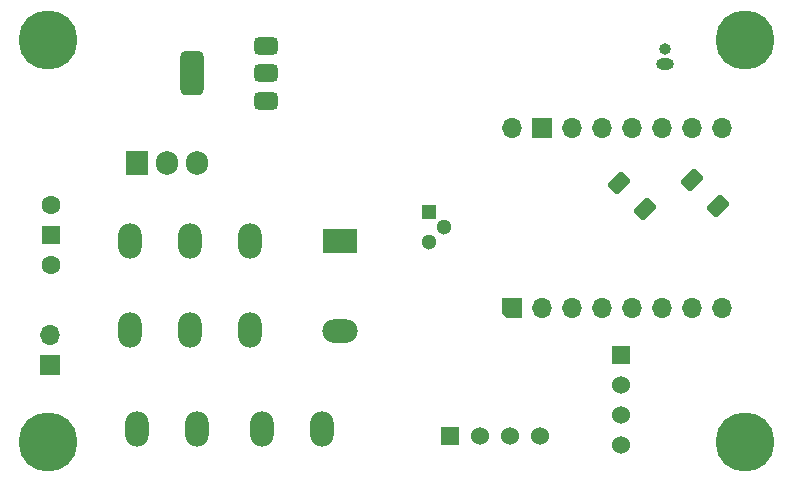
<source format=gbr>
%TF.GenerationSoftware,KiCad,Pcbnew,8.0.4*%
%TF.CreationDate,2024-07-28T00:18:49-04:00*%
%TF.ProjectId,ESP32-C3-WROOM-Node-Temperature,45535033-322d-4433-932d-57524f4f4d2d,rev?*%
%TF.SameCoordinates,Original*%
%TF.FileFunction,Soldermask,Bot*%
%TF.FilePolarity,Negative*%
%FSLAX46Y46*%
G04 Gerber Fmt 4.6, Leading zero omitted, Abs format (unit mm)*
G04 Created by KiCad (PCBNEW 8.0.4) date 2024-07-28 00:18:49*
%MOMM*%
%LPD*%
G01*
G04 APERTURE LIST*
G04 Aperture macros list*
%AMRoundRect*
0 Rectangle with rounded corners*
0 $1 Rounding radius*
0 $2 $3 $4 $5 $6 $7 $8 $9 X,Y pos of 4 corners*
0 Add a 4 corners polygon primitive as box body*
4,1,4,$2,$3,$4,$5,$6,$7,$8,$9,$2,$3,0*
0 Add four circle primitives for the rounded corners*
1,1,$1+$1,$2,$3*
1,1,$1+$1,$4,$5*
1,1,$1+$1,$6,$7*
1,1,$1+$1,$8,$9*
0 Add four rect primitives between the rounded corners*
20,1,$1+$1,$2,$3,$4,$5,0*
20,1,$1+$1,$4,$5,$6,$7,0*
20,1,$1+$1,$6,$7,$8,$9,0*
20,1,$1+$1,$8,$9,$2,$3,0*%
%AMOutline5P*
0 Free polygon, 5 corners , with rotation*
0 The origin of the aperture is its center*
0 number of corners: always 5*
0 $1 to $10 corner X, Y*
0 $11 Rotation angle, in degrees counterclockwise*
0 create outline with 5 corners*
4,1,5,$1,$2,$3,$4,$5,$6,$7,$8,$9,$10,$1,$2,$11*%
%AMOutline6P*
0 Free polygon, 6 corners , with rotation*
0 The origin of the aperture is its center*
0 number of corners: always 6*
0 $1 to $12 corner X, Y*
0 $13 Rotation angle, in degrees counterclockwise*
0 create outline with 6 corners*
4,1,6,$1,$2,$3,$4,$5,$6,$7,$8,$9,$10,$11,$12,$1,$2,$13*%
%AMOutline7P*
0 Free polygon, 7 corners , with rotation*
0 The origin of the aperture is its center*
0 number of corners: always 7*
0 $1 to $14 corner X, Y*
0 $15 Rotation angle, in degrees counterclockwise*
0 create outline with 7 corners*
4,1,7,$1,$2,$3,$4,$5,$6,$7,$8,$9,$10,$11,$12,$13,$14,$1,$2,$15*%
%AMOutline8P*
0 Free polygon, 8 corners , with rotation*
0 The origin of the aperture is its center*
0 number of corners: always 8*
0 $1 to $16 corner X, Y*
0 $17 Rotation angle, in degrees counterclockwise*
0 create outline with 8 corners*
4,1,8,$1,$2,$3,$4,$5,$6,$7,$8,$9,$10,$11,$12,$13,$14,$15,$16,$1,$2,$17*%
G04 Aperture macros list end*
%ADD10R,1.300000X1.300000*%
%ADD11C,1.300000*%
%ADD12O,2.000000X3.000000*%
%ADD13R,1.524000X1.524000*%
%ADD14C,1.524000*%
%ADD15R,1.700000X1.700000*%
%ADD16O,1.700000X1.700000*%
%ADD17Outline5P,-0.850000X0.425000X-0.425000X0.850000X0.850000X0.850000X0.850000X-0.850000X-0.850000X-0.850000X90.000000*%
%ADD18C,5.000000*%
%ADD19R,1.905000X2.000000*%
%ADD20O,1.905000X2.000000*%
%ADD21R,3.000000X2.000000*%
%ADD22O,3.000000X2.000000*%
%ADD23O,1.500000X1.000000*%
%ADD24O,1.000000X1.000000*%
%ADD25R,1.500000X1.500000*%
%ADD26C,1.600000*%
%ADD27RoundRect,0.250000X-0.724784X-0.159099X-0.159099X-0.724784X0.724784X0.159099X0.159099X0.724784X0*%
%ADD28RoundRect,0.375000X0.625000X0.375000X-0.625000X0.375000X-0.625000X-0.375000X0.625000X-0.375000X0*%
%ADD29RoundRect,0.500000X0.500000X1.400000X-0.500000X1.400000X-0.500000X-1.400000X0.500000X-1.400000X0*%
%ADD30RoundRect,0.250000X0.724784X0.159099X0.159099X0.724784X-0.724784X-0.159099X-0.159099X-0.724784X0*%
G04 APERTURE END LIST*
D10*
%TO.C,Q1*%
X145830000Y-76830000D03*
D11*
X147100000Y-78100000D03*
X145830000Y-79370000D03*
%TD*%
D12*
%TO.C,J3*%
X121100000Y-95200000D03*
X126180000Y-95200000D03*
%TD*%
D13*
%TO.C,J4*%
X147600000Y-95800000D03*
D14*
X155220000Y-95800000D03*
X152680000Y-95800000D03*
X150140000Y-95800000D03*
%TD*%
D13*
%TO.C,U3*%
X162100000Y-88960000D03*
D14*
X162100000Y-91500000D03*
X162100000Y-94040000D03*
X162100000Y-96580000D03*
%TD*%
D15*
%TO.C,J1*%
X113775000Y-89750000D03*
D16*
X113775000Y-87210000D03*
%TD*%
D17*
%TO.C,U1*%
X152840000Y-84920000D03*
D16*
X155380000Y-84920000D03*
X157920000Y-84920000D03*
X160460000Y-84920000D03*
X163000000Y-84920000D03*
X165540000Y-84920000D03*
X168080000Y-84920000D03*
X170620000Y-84920000D03*
X170620000Y-69680000D03*
X168080000Y-69680000D03*
X165540000Y-69680000D03*
X163000000Y-69680000D03*
X160460000Y-69680000D03*
X157920000Y-69680000D03*
D15*
X155380000Y-69680000D03*
D16*
X152840000Y-69680000D03*
%TD*%
D18*
%TO.C,H1*%
X113600000Y-62300000D03*
X113600000Y-96300000D03*
X172600000Y-96300000D03*
X172600000Y-62300000D03*
%TD*%
D19*
%TO.C,U4*%
X121060000Y-72645000D03*
D20*
X123600000Y-72645000D03*
X126140000Y-72645000D03*
%TD*%
D12*
%TO.C,J2*%
X131700000Y-95200000D03*
X136780000Y-95200000D03*
%TD*%
%TO.C,K1*%
X125600000Y-79300000D03*
X130680000Y-79300000D03*
X120520000Y-79300000D03*
X125600000Y-86800000D03*
X130680000Y-86800000D03*
X120520000Y-86800000D03*
D21*
X138300000Y-79300000D03*
D22*
X138300000Y-86920000D03*
%TD*%
D23*
%TO.C,R2*%
X165800000Y-64270000D03*
D24*
X165800000Y-63000000D03*
%TD*%
D25*
%TO.C,SW1*%
X113800000Y-78760000D03*
D26*
X113800000Y-76220000D03*
X113800000Y-81300000D03*
%TD*%
D27*
%TO.C,R1*%
X161903984Y-74403984D03*
X164096016Y-76596016D03*
%TD*%
D28*
%TO.C,U2*%
X132050000Y-62800000D03*
X132050000Y-65100000D03*
X132050000Y-67400000D03*
D29*
X125750000Y-65100000D03*
%TD*%
D30*
%TO.C,R3*%
X170296016Y-76296016D03*
X168103984Y-74103984D03*
%TD*%
M02*

</source>
